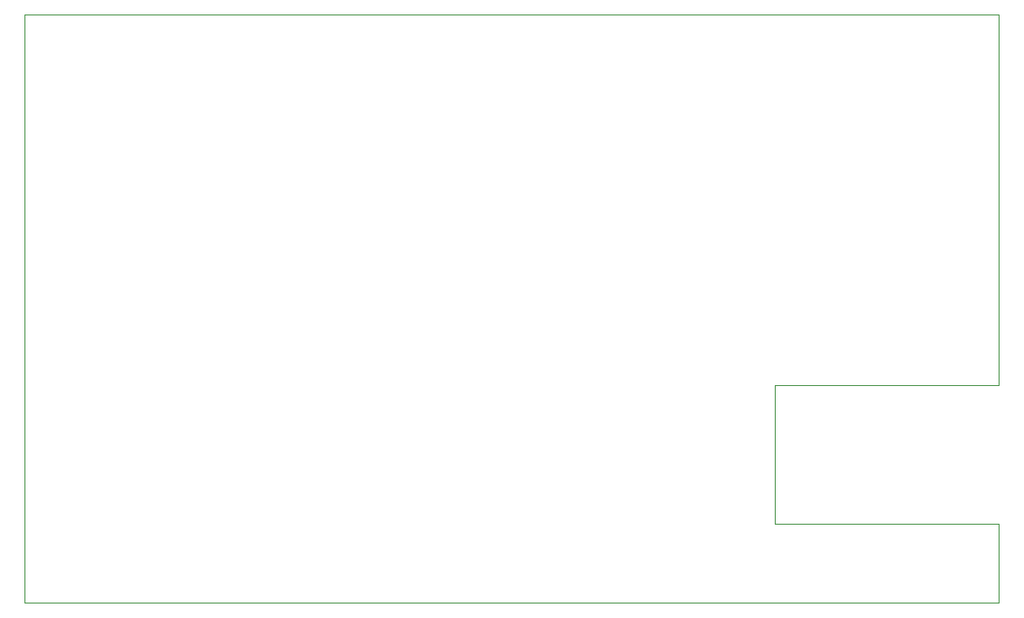
<source format=gbr>
%TF.GenerationSoftware,KiCad,Pcbnew,7.0.8*%
%TF.CreationDate,2024-01-07T19:03:19+09:00*%
%TF.ProjectId,coolpad29,636f6f6c-7061-4643-9239-2e6b69636164,rev?*%
%TF.SameCoordinates,Original*%
%TF.FileFunction,Profile,NP*%
%FSLAX46Y46*%
G04 Gerber Fmt 4.6, Leading zero omitted, Abs format (unit mm)*
G04 Created by KiCad (PCBNEW 7.0.8) date 2024-01-07 19:03:19*
%MOMM*%
%LPD*%
G01*
G04 APERTURE LIST*
%TA.AperFunction,Profile*%
%ADD10C,0.100000*%
%TD*%
G04 APERTURE END LIST*
D10*
X-26453750Y-56451875D02*
X64550000Y-56451875D01*
X-26453750Y-1508125D02*
X-26453750Y-56451875D01*
X64550000Y-1508125D02*
X-26453750Y-1508125D01*
X64550000Y-36090000D02*
X64550000Y-1508125D01*
X43650000Y-36090000D02*
X64550000Y-36090000D01*
X43650000Y-49040000D02*
X43650000Y-36090000D01*
X64540000Y-49040000D02*
X43650000Y-49040000D01*
X64550000Y-56451875D02*
X64540000Y-49040000D01*
M02*

</source>
